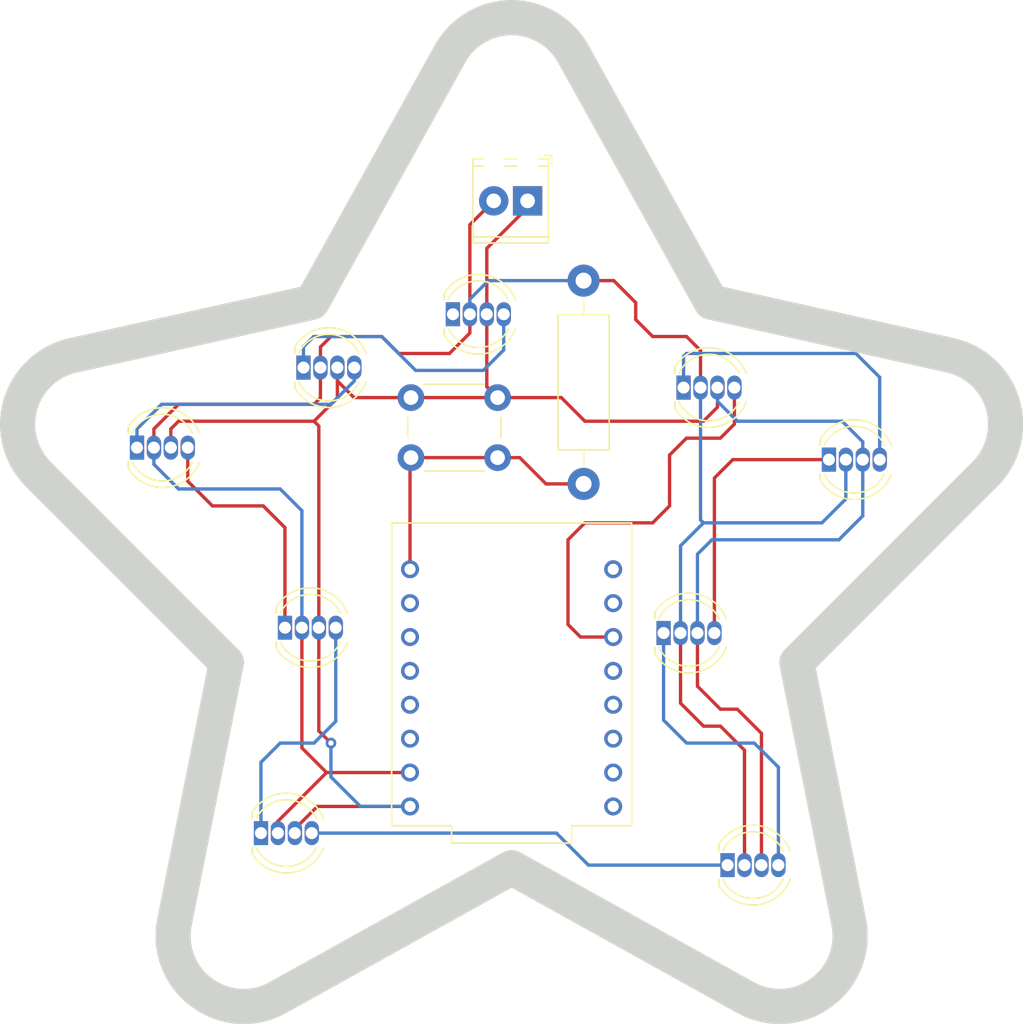
<source format=kicad_pcb>
(kicad_pcb (version 20211014) (generator pcbnew)
  (layers (0 "F.Cu" signal) (31 "B.Cu" signal) (34 "B.Paste" user) (35 "F.Paste" user) (36 "B.SilkS" user "B.Silkscreen") (37 "F.SilkS" user "F.Silkscreen") (38 "B.Mask" user) (39 "F.Mask" user) (44 "Edge.Cuts" user))
  (net 0 "")
  (net 13 "Net-(D1-Pad1)")
  (net 14 "GND")
  (net 15 "Net-(U1-Pad5V)")
  (net 16 "Net-(U1-Pad10)")
  (net 17 "Net-(D2-Pad1)")
  (net 18 "Net-(D3-Pad1)")
  (net 19 "Net-(D4-Pad1)")
  (net 20 "Net-(D5-Pad1)")
  (net 21 "Net-(D6-Pad1)")
  (net 22 "Net-(D7-Pad1)")
  (net 23 "Net-(U1-Pad0)")
  (net 24 "Net-(D8-Pad1)")
  (footprint "LED_THT:LED_D5.0mm-4_RGB" (layer "F.Cu") (at 77.3 102)
    (fp_text reference "D5" hide)
    (fp_text value "APA-106-F5")
    (fp_line (start -0.655 -1.545) (end -0.655 -1.08) (layer "F.SilkS") (width 0.12))
    (fp_line (start -0.655 1.08) (end -0.655 1.545) (layer "F.SilkS") (width 0.12))
    (fp_arc (start 4.159479 1.080429) (mid 1.904762 2.5) (end -0.349684 1.08) (layer "F.SilkS") (width 0.12))
    (fp_arc (start 4.692815 1.080827) (mid 2.163456 2.978808) (end -0.655 1.54483) (layer "F.SilkS") (width 0.12))
    (fp_arc (start -0.655 -1.54483) (mid 2.163456 -2.978809) (end 4.692815 -1.080827) (layer "F.SilkS") (width 0.12))
    (fp_arc (start -0.349684 -1.08) (mid 1.904762 -2.5) (end 4.159479 -1.080429) (layer "F.SilkS") (width 0.12))
    (pad "1" thru_hole rect (at 0 0) (size 1.07 1.8) (drill 0.9) (layers *.Cu *.Mask) (net 20 "Net-(D5-Pad1)"))
    (pad "2" thru_hole oval (at 1.27 0) (size 1.07 1.8) (drill 0.9) (layers *.Cu *.Mask) (net 14 "GND"))
    (pad "3" thru_hole oval (at 2.54 0) (size 1.07 1.8) (drill 0.9) (layers *.Cu *.Mask) (net 15 "Net-(U1-Pad5V)"))
    (pad "4" thru_hole oval (at 3.81 0) (size 1.07 1.8) (drill 0.9) (layers *.Cu *.Mask) (net 19 "Net-(D4-Pad1)"))
  )
  (footprint "LED_THT:LED_D5.0mm-4_RGB" (layer "F.Cu") (at 119.9 74)
    (fp_text reference "D2" hide)
    (fp_text value "APA-106-F5")
    (fp_line (start -0.655 -1.545) (end -0.655 -1.08) (layer "F.SilkS") (width 0.12))
    (fp_line (start -0.655 1.08) (end -0.655 1.545) (layer "F.SilkS") (width 0.12))
    (fp_arc (start -0.349684 -1.08) (mid 1.904762 -2.5) (end 4.159479 -1.080429) (layer "F.SilkS") (width 0.12))
    (fp_arc (start 4.692815 1.080827) (mid 2.163456 2.978808) (end -0.655 1.54483) (layer "F.SilkS") (width 0.12))
    (fp_arc (start -0.655 -1.54483) (mid 2.163456 -2.978809) (end 4.692815 -1.080827) (layer "F.SilkS") (width 0.12))
    (fp_arc (start 4.159479 1.080429) (mid 1.904762 2.5) (end -0.349684 1.08) (layer "F.SilkS") (width 0.12))
    (pad "1" thru_hole rect (at 0 0) (size 1.07 1.8) (drill 0.9) (layers *.Cu *.Mask) (net 17 "Net-(D2-Pad1)"))
    (pad "2" thru_hole oval (at 1.27 0) (size 1.07 1.8) (drill 0.9) (layers *.Cu *.Mask) (net 14 "GND"))
    (pad "3" thru_hole oval (at 2.54 0) (size 1.07 1.8) (drill 0.9) (layers *.Cu *.Mask) (net 15 "Net-(U1-Pad5V)"))
    (pad "4" thru_hole oval (at 3.81 0) (size 1.07 1.8) (drill 0.9) (layers *.Cu *.Mask) (net 13 "Net-(D1-Pad1)"))
  )
  (footprint "LED_THT:LED_D5.0mm-4_RGB" (layer "F.Cu") (at 80.49 67.1)
    (fp_text reference "D8" hide)
    (fp_text value "APA-106-F5")
    (fp_line (start -0.655 1.08) (end -0.655 1.545) (layer "F.SilkS") (width 0.12))
    (fp_line (start -0.655 -1.545) (end -0.655 -1.08) (layer "F.SilkS") (width 0.12))
    (fp_arc (start 4.159479 1.080429) (mid 1.904762 2.5) (end -0.349684 1.08) (layer "F.SilkS") (width 0.12))
    (fp_arc (start -0.655 -1.54483) (mid 2.163456 -2.978809) (end 4.692815 -1.080827) (layer "F.SilkS") (width 0.12))
    (fp_arc (start -0.349684 -1.08) (mid 1.904762 -2.5) (end 4.159479 -1.080429) (layer "F.SilkS") (width 0.12))
    (fp_arc (start 4.692815 1.080827) (mid 2.163456 2.978808) (end -0.655 1.54483) (layer "F.SilkS") (width 0.12))
    (pad "1" thru_hole rect (at 0 0) (size 1.07 1.8) (drill 0.9) (layers *.Cu *.Mask) (net 24 "Net-(D8-Pad1)"))
    (pad "2" thru_hole oval (at 1.27 0) (size 1.07 1.8) (drill 0.9) (layers *.Cu *.Mask) (net 14 "GND"))
    (pad "3" thru_hole oval (at 2.54 0) (size 1.07 1.8) (drill 0.9) (layers *.Cu *.Mask) (net 15 "Net-(U1-Pad5V)"))
    (pad "4" thru_hole oval (at 3.81 0) (size 1.07 1.8) (drill 0.9) (layers *.Cu *.Mask) (net 22 "Net-(D7-Pad1)"))
  )
  (footprint "Resistor_THT:R_Axial_DIN0411_L9.9mm_D3.6mm_P15.24mm_Horizontal" (layer "F.Cu") (at 101.5 60.58 -90)
    (fp_text reference "R1" hide)
    (fp_text value "10k")
    (fp_line (start 13.8 0) (end 12.69 0) (layer "F.SilkS") (width 0.12))
    (fp_line (start 1.44 0) (end 2.55 0) (layer "F.SilkS") (width 0.12))
    (fp_line (start 12.69 1.92) (end 12.69 -1.92) (layer "F.SilkS") (width 0.12))
    (fp_line (start 12.69 -1.92) (end 2.55 -1.92) (layer "F.SilkS") (width 0.12))
    (fp_line (start 2.55 -1.92) (end 2.55 1.92) (layer "F.SilkS") (width 0.12))
    (fp_line (start 2.55 1.92) (end 12.69 1.92) (layer "F.SilkS") (width 0.12))
    (pad "1" thru_hole circle (at 0 0 270) (size 2.4 2.4) (drill 1.2) (layers *.Cu *.Mask) (net 14 "GND"))
    (pad "2" thru_hole oval (at 15.24 0 270) (size 2.4 2.4) (drill 1.2) (layers *.Cu *.Mask) (net 23 "Net-(U1-Pad0)"))
  )
  (footprint "MountingHole:MountingHole_3.2mm_M3" (layer "F.Cu") (at 96.1 45.7)
    (fp_text reference "H1" hide)
    (fp_text value "MountingHole" hide)
    (pad "" np_thru_hole circle (at 0 0) (size 3.2 3.2) (drill 3.2) (layers *.Cu *.Mask))
  )
  (footprint "LED_THT:LED_D5.0mm-4_RGB" (layer "F.Cu") (at 91.7 63.1)
    (fp_text reference "D9" hide)
    (fp_text value "APA-106-F5")
    (fp_line (start -0.655 -1.545) (end -0.655 -1.08) (layer "F.SilkS") (width 0.12))
    (fp_line (start -0.655 1.08) (end -0.655 1.545) (layer "F.SilkS") (width 0.12))
    (fp_arc (start -0.349684 -1.08) (mid 1.904762 -2.5) (end 4.159479 -1.080429) (layer "F.SilkS") (width 0.12))
    (fp_arc (start 4.692815 1.080827) (mid 2.163456 2.978808) (end -0.655 1.54483) (layer "F.SilkS") (width 0.12))
    (fp_arc (start -0.655 -1.54483) (mid 2.163456 -2.978809) (end 4.692815 -1.080827) (layer "F.SilkS") (width 0.12))
    (fp_arc (start 4.159479 1.080429) (mid 1.904762 2.5) (end -0.349684 1.08) (layer "F.SilkS") (width 0.12))
    (pad "1" thru_hole rect (at 0 0) (size 1.07 1.8) (drill 0.9) (layers *.Cu *.Mask))
    (pad "2" thru_hole oval (at 1.27 0) (size 1.07 1.8) (drill 0.9) (layers *.Cu *.Mask) (net 14 "GND"))
    (pad "3" thru_hole oval (at 2.54 0) (size 1.07 1.8) (drill 0.9) (layers *.Cu *.Mask) (net 15 "Net-(U1-Pad5V)"))
    (pad "4" thru_hole oval (at 3.81 0) (size 1.07 1.8) (drill 0.9) (layers *.Cu *.Mask) (net 24 "Net-(D8-Pad1)"))
  )
  (footprint "Button_Switch_THT:SW_PUSH_6mm" (layer "F.Cu") (at 88.55 69.35)
    (fp_text reference "SW1" hide)
    (fp_text value "SW_Push")
    (fp_line (start 1 5.5) (end 5.5 5.5) (layer "F.SilkS") (width 0.12))
    (fp_line (start 5.5 -1) (end 1 -1) (layer "F.SilkS") (width 0.12))
    (fp_line (start 6.75 3) (end 6.75 1.5) (layer "F.SilkS") (width 0.12))
    (fp_line (start -0.25 1.5) (end -0.25 3) (layer "F.SilkS") (width 0.12))
    (pad "1" thru_hole circle (at 0 0 90) (size 2 2) (drill 1.1) (layers *.Cu *.Mask) (net 15 "Net-(U1-Pad5V)"))
    (pad "1" thru_hole circle (at 6.5 0 90) (size 2 2) (drill 1.1) (layers *.Cu *.Mask) (net 15 "Net-(U1-Pad5V)"))
    (pad "2" thru_hole circle (at 6.5 4.5 90) (size 2 2) (drill 1.1) (layers *.Cu *.Mask) (net 23 "Net-(U1-Pad0)"))
    (pad "2" thru_hole circle (at 0 4.5 90) (size 2 2) (drill 1.1) (layers *.Cu *.Mask) (net 23 "Net-(U1-Pad0)"))
  )
  (footprint "LED_THT:LED_D5.0mm-4_RGB" (layer "F.Cu") (at 79.1 86.6)
    (fp_text reference "D6" hide)
    (fp_text value "APA-106-F5")
    (fp_line (start -0.655 -1.545) (end -0.655 -1.08) (layer "F.SilkS") (width 0.12))
    (fp_line (start -0.655 1.08) (end -0.655 1.545) (layer "F.SilkS") (width 0.12))
    (fp_arc (start -0.349684 -1.08) (mid 1.904762 -2.5) (end 4.159479 -1.080429) (layer "F.SilkS") (width 0.12))
    (fp_arc (start -0.655 -1.54483) (mid 2.163456 -2.978809) (end 4.692815 -1.080827) (layer "F.SilkS") (width 0.12))
    (fp_arc (start 4.159479 1.080429) (mid 1.904762 2.5) (end -0.349684 1.08) (layer "F.SilkS") (width 0.12))
    (fp_arc (start 4.692815 1.080827) (mid 2.163456 2.978808) (end -0.655 1.54483) (layer "F.SilkS") (width 0.12))
    (pad "1" thru_hole rect (at 0 0) (size 1.07 1.8) (drill 0.9) (layers *.Cu *.Mask) (net 21 "Net-(D6-Pad1)"))
    (pad "2" thru_hole oval (at 1.27 0) (size 1.07 1.8) (drill 0.9) (layers *.Cu *.Mask) (net 14 "GND"))
    (pad "3" thru_hole oval (at 2.54 0) (size 1.07 1.8) (drill 0.9) (layers *.Cu *.Mask) (net 15 "Net-(U1-Pad5V)"))
    (pad "4" thru_hole oval (at 3.81 0) (size 1.07 1.8) (drill 0.9) (layers *.Cu *.Mask) (net 20 "Net-(D5-Pad1)"))
  )
  (footprint "LED_THT:LED_D5.0mm-4_RGB" (layer "F.Cu") (at 112.3 104.4)
    (fp_text reference "D4" hide)
    (fp_text value "APA-106-F5")
    (fp_line (start -0.655 1.08) (end -0.655 1.545) (layer "F.SilkS") (width 0.12))
    (fp_line (start -0.655 -1.545) (end -0.655 -1.08) (layer "F.SilkS") (width 0.12))
    (fp_arc (start 4.159479 1.080429) (mid 1.904762 2.5) (end -0.349684 1.08) (layer "F.SilkS") (width 0.12))
    (fp_arc (start -0.655 -1.54483) (mid 2.163456 -2.978809) (end 4.692815 -1.080827) (layer "F.SilkS") (width 0.12))
    (fp_arc (start 4.692815 1.080827) (mid 2.163456 2.978808) (end -0.655 1.54483) (layer "F.SilkS") (width 0.12))
    (fp_arc (start -0.349684 -1.08) (mid 1.904762 -2.5) (end 4.159479 -1.080429) (layer "F.SilkS") (width 0.12))
    (pad "1" thru_hole rect (at 0 0) (size 1.07 1.8) (drill 0.9) (layers *.Cu *.Mask) (net 19 "Net-(D4-Pad1)"))
    (pad "2" thru_hole oval (at 1.27 0) (size 1.07 1.8) (drill 0.9) (layers *.Cu *.Mask) (net 14 "GND"))
    (pad "3" thru_hole oval (at 2.54 0) (size 1.07 1.8) (drill 0.9) (layers *.Cu *.Mask) (net 15 "Net-(U1-Pad5V)"))
    (pad "4" thru_hole oval (at 3.81 0) (size 1.07 1.8) (drill 0.9) (layers *.Cu *.Mask) (net 18 "Net-(D3-Pad1)"))
  )
  (footprint "LED_THT:LED_D5.0mm-4_RGB" (layer "F.Cu") (at 109 68.6)
    (fp_text reference "D1" hide)
    (fp_text value "APA-106-F5")
    (fp_line (start -0.655 1.08) (end -0.655 1.545) (layer "F.SilkS") (width 0.12))
    (fp_line (start -0.655 -1.545) (end -0.655 -1.08) (layer "F.SilkS") (width 0.12))
    (fp_arc (start -0.655 -1.54483) (mid 2.163456 -2.978809) (end 4.692815 -1.080827) (layer "F.SilkS") (width 0.12))
    (fp_arc (start 4.159479 1.080429) (mid 1.904762 2.5) (end -0.349684 1.08) (layer "F.SilkS") (width 0.12))
    (fp_arc (start 4.692815 1.080827) (mid 2.163456 2.978808) (end -0.655 1.54483) (layer "F.SilkS") (width 0.12))
    (fp_arc (start -0.349684 -1.08) (mid 1.904762 -2.5) (end 4.159479 -1.080429) (layer "F.SilkS") (width 0.12))
    (pad "1" thru_hole rect (at 0 0) (size 1.07 1.8) (drill 0.9) (layers *.Cu *.Mask) (net 13 "Net-(D1-Pad1)"))
    (pad "2" thru_hole oval (at 1.27 0) (size 1.07 1.8) (drill 0.9) (layers *.Cu *.Mask) (net 14 "GND"))
    (pad "3" thru_hole oval (at 2.54 0) (size 1.07 1.8) (drill 0.9) (layers *.Cu *.Mask) (net 15 "Net-(U1-Pad5V)"))
    (pad "4" thru_hole oval (at 3.81 0) (size 1.07 1.8) (drill 0.9) (layers *.Cu *.Mask) (net 16 "Net-(U1-Pad10)"))
  )
  (footprint "LED_THT:LED_D5.0mm-4_RGB" (layer "F.Cu") (at 107.5 87)
    (fp_text reference "D3" hide)
    (fp_text value "APA-106-F5")
    (fp_line (start -0.655 -1.545) (end -0.655 -1.08) (layer "F.SilkS") (width 0.12))
    (fp_line (start -0.655 1.08) (end -0.655 1.545) (layer "F.SilkS") (width 0.12))
    (fp_arc (start 4.159479 1.080429) (mid 1.904762 2.5) (end -0.349684 1.08) (layer "F.SilkS") (width 0.12))
    (fp_arc (start 4.692815 1.080827) (mid 2.163456 2.978808) (end -0.655 1.54483) (layer "F.SilkS") (width 0.12))
    (fp_arc (start -0.349684 -1.08) (mid 1.904762 -2.5) (end 4.159479 -1.080429) (layer "F.SilkS") (width 0.12))
    (fp_arc (start -0.655 -1.54483) (mid 2.163456 -2.978809) (end 4.692815 -1.080827) (layer "F.SilkS") (width 0.12))
    (pad "1" thru_hole rect (at 0 0) (size 1.07 1.8) (drill 0.9) (layers *.Cu *.Mask) (net 18 "Net-(D3-Pad1)"))
    (pad "2" thru_hole oval (at 1.27 0) (size 1.07 1.8) (drill 0.9) (layers *.Cu *.Mask) (net 14 "GND"))
    (pad "3" thru_hole oval (at 2.54 0) (size 1.07 1.8) (drill 0.9) (layers *.Cu *.Mask) (net 15 "Net-(U1-Pad5V)"))
    (pad "4" thru_hole oval (at 3.81 0) (size 1.07 1.8) (drill 0.9) (layers *.Cu *.Mask) (net 17 "Net-(D2-Pad1)"))
  )
  (footprint "TerminalBlock_Phoenix:TerminalBlock_Phoenix_MPT-0,5-2-2.54_1x02_P2.54mm_Horizontal" (layer "F.Cu") (at 97.3 54.6 180)
    (fp_text reference "J1" hide)
    (fp_text value "Screw_Terminal_01x02")
    (fp_line (start 3.33 3.16) (end 4.1 3.16) (layer "F.SilkS") (width 0.12))
    (fp_line (start -1.8 2.66) (end -1.8 3.4) (layer "F.SilkS") (width 0.12))
    (fp_line (start -1.56 -3.16) (end 4.1 -3.16) (layer "F.SilkS") (width 0.12))
    (fp_line (start -1.56 2.6) (end -0.79 2.6) (layer "F.SilkS") (width 0.12))
    (fp_line (start 3.33 2.6) (end 4.1 2.6) (layer "F.SilkS") (width 0.12))
    (fp_line (start 0.79 2.6) (end 1.75 2.6) (layer "F.SilkS") (width 0.12))
    (fp_line (start -1.56 3.16) (end -0.79 3.16) (layer "F.SilkS") (width 0.12))
    (fp_line (start -1.8 3.4) (end -1.3 3.4) (layer "F.SilkS") (width 0.12))
    (fp_line (start 4.1 -3.16) (end 4.1 3.16) (layer "F.SilkS") (width 0.12))
    (fp_line (start -1.56 -2.7) (end 4.1 -2.7) (layer "F.SilkS") (width 0.12))
    (fp_line (start -1.56 -3.16) (end -1.56 3.16) (layer "F.SilkS") (width 0.12))
    (fp_line (start 0.79 3.16) (end 1.75 3.16) (layer "F.SilkS") (width 0.12))
    (pad "" np_thru_hole circle (at 0 2.54 180) (size 1.1 1.1) (drill 1.1) (layers *.Cu *.Mask))
    (pad "" np_thru_hole circle (at 2.54 2.54 180) (size 1.1 1.1) (drill 1.1) (layers *.Cu *.Mask))
    (pad "1" thru_hole rect (at 0 0 180) (size 2.2 2.2) (drill 1.1) (layers *.Cu *.Mask) (net 15 "Net-(U1-Pad5V)"))
    (pad "2" thru_hole circle (at 2.54 0 180) (size 2.2 2.2) (drill 1.1) (layers *.Cu *.Mask) (net 14 "GND"))
  )
  (footprint "LED_THT:LED_D5.0mm-4_RGB" (layer "F.Cu") (at 68 73.1)
    (fp_text reference "D7" hide)
    (fp_text value "APA-106-F5")
    (fp_line (start -0.655 1.08) (end -0.655 1.545) (layer "F.SilkS") (width 0.12))
    (fp_line (start -0.655 -1.545) (end -0.655 -1.08) (layer "F.SilkS") (width 0.12))
    (fp_arc (start 4.159479 1.080429) (mid 1.904762 2.5) (end -0.349684 1.08) (layer "F.SilkS") (width 0.12))
    (fp_arc (start 4.692815 1.080827) (mid 2.163456 2.978808) (end -0.655 1.54483) (layer "F.SilkS") (width 0.12))
    (fp_arc (start -0.349684 -1.08) (mid 1.904762 -2.5) (end 4.159479 -1.080429) (layer "F.SilkS") (width 0.12))
    (fp_arc (start -0.655 -1.54483) (mid 2.163456 -2.978809) (end 4.692815 -1.080827) (layer "F.SilkS") (width 0.12))
    (pad "1" thru_hole rect (at 0 0) (size 1.07 1.8) (drill 0.9) (layers *.Cu *.Mask) (net 22 "Net-(D7-Pad1)"))
    (pad "2" thru_hole oval (at 1.27 0) (size 1.07 1.8) (drill 0.9) (layers *.Cu *.Mask) (net 14 "GND"))
    (pad "3" thru_hole oval (at 2.54 0) (size 1.07 1.8) (drill 0.9) (layers *.Cu *.Mask) (net 15 "Net-(U1-Pad5V)"))
    (pad "4" thru_hole oval (at 3.81 0) (size 1.07 1.8) (drill 0.9) (layers *.Cu *.Mask) (net 21 "Net-(D6-Pad1)"))
  )
  (footprint "ESP32C3:MODULE_ESP32-C3_SUPERMINI_TH" (layer "F.Cu") (at 96.1 90.1 180)
    (fp_text reference "U1" hide)
    (fp_text value "ESP32-C3_SUPERMINI_TH" hide)
    (fp_line (start -4.5 -11.35) (end -9 -11.35) (layer "F.SilkS") (width 0.127))
    (fp_line (start 4.5 -12.65) (end 4.5 -11.35) (layer "F.SilkS") (width 0.127))
    (fp_line (start -4.5 -12.65) (end -4.5 -11.35) (layer "F.SilkS") (width 0.127))
    (fp_line (start -9 11.35) (end -9 -11.35) (layer "F.SilkS") (width 0.127))
    (fp_line (start 9 -11.35) (end 4.5 -11.35) (layer "F.SilkS") (width 0.127))
    (fp_line (start 9 11.35) (end -9 11.35) (layer "F.SilkS") (width 0.127))
    (fp_line (start 4.5 -12.65) (end -4.5 -12.65) (layer "F.SilkS") (width 0.127))
    (fp_line (start 9 11.35) (end 9 -11.35) (layer "F.SilkS") (width 0.127))
    (pad "0" thru_hole circle locked (at 7.62 7.88 180) (size 1.348 1.348) (drill 0.84) (layers *.Cu *.Mask) (net 23 "Net-(U1-Pad0)"))
    (pad "1" thru_hole circle locked (at 7.62 5.34 180) (size 1.348 1.348) (drill 0.84) (layers *.Cu *.Mask))
    (pad "2" thru_hole circle locked (at 7.62 2.8 180) (size 1.348 1.348) (drill 0.84) (layers *.Cu *.Mask))
    (pad "3" thru_hole circle locked (at 7.62 0.26 180) (size 1.348 1.348) (drill 0.84) (layers *.Cu *.Mask))
    (pad "3.3" thru_hole circle locked (at 7.62 -4.82 180) (size 1.348 1.348) (drill 0.84) (layers *.Cu *.Mask))
    (pad "4" thru_hole circle locked (at 7.62 -2.28 180) (size 1.348 1.348) (drill 0.84) (layers *.Cu *.Mask))
    (pad "5" thru_hole circle locked (at -7.62 -9.9 180) (size 1.348 1.348) (drill 0.84) (layers *.Cu *.Mask))
    (pad "5V" thru_hole circle locked (at 7.62 -9.9 180) (size 1.348 1.348) (drill 0.84) (layers *.Cu *.Mask) (net 15 "Net-(U1-Pad5V)"))
    (pad "6" thru_hole circle locked (at -7.62 -7.36 180) (size 1.348 1.348) (drill 0.84) (layers *.Cu *.Mask))
    (pad "7" thru_hole circle locked (at -7.62 -4.82 180) (size 1.348 1.348) (drill 0.84) (layers *.Cu *.Mask))
    (pad "8" thru_hole circle locked (at -7.62 -2.28 180) (size 1.348 1.348) (drill 0.84) (layers *.Cu *.Mask))
    (pad "9" thru_hole circle locked (at -7.62 0.26 180) (size 1.348 1.348) (drill 0.84) (layers *.Cu *.Mask))
    (pad "10" thru_hole circle locked (at -7.62 2.8 180) (size 1.348 1.348) (drill 0.84) (layers *.Cu *.Mask) (net 16 "Net-(U1-Pad10)"))
    (pad "20" thru_hole circle locked (at -7.62 5.34 180) (size 1.348 1.348) (drill 0.84) (layers *.Cu *.Mask))
    (pad "21" thru_hole circle locked (at -7.62 7.88 180) (size 1.348 1.348) (drill 0.84) (layers *.Cu *.Mask))
    (pad "G" thru_hole circle locked (at 7.62 -7.36 180) (size 1.348 1.348) (drill 0.84) (layers *.Cu *.Mask) (net 14 "GND"))
  )
  (gr_poly (pts (xy 76 115) (xy 75.795241 114.99597) (xy 75.590873 114.983887) (xy 75.387102 114.963758) (xy 75.184133 114.93559) (xy 74.982172 114.899393) (xy 74.781424 114.855172) (xy 74.582094 114.802936) (xy 74.384389 114.742693) (xy 74.188512 114.674451) (xy 73.994671 114.598216) (xy 73.80307 114.513998) (xy 73.613914 114.421803) (xy 73.427409 114.32164) (xy 73.243761 114.213516) (xy 73.063174 114.097439) (xy 72.885854 113.973417) (xy 72.73047 113.855743) (xy 72.580368 113.733502) (xy 72.435604 113.606838) (xy 72.296236 113.475897) (xy 72.162322 113.340825) (xy 72.033918 113.201767) (xy 71.911081 113.058868) (xy 71.793869 112.912273) (xy 71.682339 112.762128) (xy 71.576548 112.608579) (xy 71.476553 112.45177) (xy 71.382411 112.291846) (xy 71.29418 112.128954) (xy 71.211916 111.963239) (xy 71.135678 111.794845) (xy 71.065521 111.623918) (xy 71.001503 111.450604) (xy 70.943682 111.275048) (xy 70.892114 111.097395) (xy 70.846857 110.917791) (xy 70.807968 110.73638) (xy 70.775503 110.553309) (xy 70.749521 110.368722) (xy 70.730078 110.182766) (xy 70.717232 109.995584) (xy 70.711039 109.807323) (xy 70.711558 109.618128) (xy 70.718844 109.428145) (xy 70.732955 109.237518) (xy 70.753949 109.046393) (xy 70.781882 108.854915) (xy 70.816811 108.66323) (xy 74.708833 89.203129) (xy 60.598605 75.092897) (xy 60.352217 74.829196) (xy 60.126205 74.551814) (xy 59.92085 74.26189) (xy 59.736435 73.960563) (xy 59.573244 73.648974) (xy 59.43156 73.328261) (xy 59.311664 72.999564) (xy 59.213842 72.664022) (xy 59.138374 72.322776) (xy 59.085545 71.976964) (xy 59.055636 71.627725) (xy 59.048932 71.2762) (xy 59.065714 70.923528) (xy 59.106267 70.570848) (xy 59.170872 70.2193) (xy 59.259813 69.870024) (xy 59.37222 69.527604) (xy 59.506454 69.196406) (xy 59.661649 68.877229) (xy 59.836935 68.570878) (xy 60.031445 68.278153) (xy 60.244311 67.999858) (xy 60.474664 67.736795) (xy 60.721636 67.489765) (xy 60.984359 67.259572) (xy 61.261965 67.047017) (xy 61.553585 66.852903) (xy 61.858352 66.678032) (xy 62.175397 66.523206) (xy 62.503853 66.389228) (xy 62.84285 66.2769) (xy 63.191521 66.187024) (xy 81.135563 62.199752) (xy 91.475479 43.588962) (xy 91.565475 43.433093) (xy 91.66026 43.281048) (xy 91.759706 43.132903) (xy 91.863687 42.98873) (xy 91.972077 42.848604) (xy 92.084749 42.712597) (xy 92.201577 42.580784) (xy 92.322434 42.453238) (xy 92.447194 42.330033) (xy 92.57573 42.211243) (xy 92.707917 42.09694) (xy 92.843627 41.9872) (xy 92.982734 41.882094) (xy 93.125111 41.781698) (xy 93.270633 41.686084) (xy 93.419173 41.595327) (xy 93.570603 41.509499) (xy 93.724799 41.428676) (xy 93.881633 41.352929) (xy 94.040979 41.282333) (xy 94.202711 41.216962) (xy 94.366702 41.156889) (xy 94.532825 41.102187) (xy 94.700955 41.052931) (xy 94.870964 41.009194) (xy 95.042726 40.97105) (xy 95.216116 40.938572) (xy 95.391006 40.911834) (xy 95.567269 40.890909) (xy 95.744781 40.875872) (xy 95.923413 40.866796) (xy 96.10304 40.863754) (xy 96.461299 40.875871) (xy 96.815069 40.911823) (xy 97.163336 40.971015) (xy 97.505084 41.052848) (xy 97.839297 41.156727) (xy 98.164961 41.282054) (xy 98.481059 41.428232) (xy 98.786576 41.594666) (xy 99.080497 41.780756) (xy 99.361806 41.985908) (xy 99.629489 42.209523) (xy 99.882529 42.451006) (xy 100.119911 42.709759) (xy 100.340619 42.985186) (xy 100.543639 43.276689) (xy 100.727955 43.583671) (xy 111.067869 62.194462) (xy 129.011909 66.181731) (xy 129.36058 66.271608) (xy 129.699577 66.383936) (xy 130.028032 66.517915) (xy 130.345077 66.672741) (xy 130.649844 66.847612) (xy 130.941464 67.041726) (xy 131.21907 67.254281) (xy 131.481793 67.484475) (xy 131.728765 67.731504) (xy 131.959118 67.994568) (xy 132.171984 68.272863) (xy 132.366494 68.565587) (xy 132.541781 68.871939) (xy 132.696976 69.191115) (xy 132.83121 69.522314) (xy 132.943617 69.864733) (xy 133.032558 70.21401) (xy 133.097164 70.565559) (xy 133.137716 70.918239) (xy 133.154498 71.270911) (xy 133.147794 71.622436) (xy 133.117885 71.971674) (xy 133.065055 72.317486) (xy 132.989587 72.658733) (xy 132.891764 72.994274) (xy 132.771868 73.322971) (xy 132.630183 73.643684) (xy 132.466992 73.955273) (xy 132.282577 74.2566) (xy 132.077222 74.546524) (xy 131.851208 74.823906) (xy 131.604821 75.087607) (xy 117.494594 89.197836) (xy 121.386615 108.65529) (xy 121.449013 109.038919) (xy 121.483715 109.421079) (xy 121.491178 109.800611) (xy 121.47186 110.176356) (xy 121.426219 110.547155) (xy 121.35471 110.911851) (xy 121.257792 111.269283) (xy 121.135923 111.618293) (xy 120.989559 111.957722) (xy 120.819157 112.286412) (xy 120.625176 112.603203) (xy 120.408072 112.906937) (xy 120.168302 113.196455) (xy 119.906325 113.470598) (xy 119.622597 113.728207) (xy 119.317576 113.968124) (xy 118.995538 114.186423) (xy 118.663264 114.37891) (xy 118.321991 114.545507) (xy 117.972955 114.686137) (xy 117.617392 114.800721) (xy 117.256539 114.889183) (xy 116.891632 114.951445) (xy 116.523907 114.98743) (xy 116.154601 114.997059) (xy 115.78495 114.980256) (xy 115.416191 114.936944) (xy 115.049559 114.867043) (xy 114.686291 114.770478) (xy 114.327624 114.64717) (xy 113.974794 114.497041) (xy 113.629037 114.320016) (xy 96.10304 104.588642) (xy 78.577043 114.325309) (xy 78.423894 114.407446) (xy 78.269128 114.4842) (xy 78.112867 114.555582) (xy 77.955229 114.621603) (xy 77.796337 114.682276) (xy 77.636308 114.737612) (xy 77.475264 114.787623) (xy 77.313325 114.83232) (xy 77.150611 114.871715) (xy 76.987241 114.90582) (xy 76.823337 114.934645) (xy 76.659019 114.958204) (xy 76.494406 114.976507) (xy 76.329618 114.989566) (xy 76.164776 114.997393) (xy 76 115)) (layer "Edge.Cuts") (width 2.645833) (fill none))
  (segment (start 109.22 66.04) (end 121.92 66.04) (width 0.25) (layer "B.Cu") (net 13))
  (segment (start 121.92 66.04) (end 123.71 67.83) (width 0.25) (layer "B.Cu") (net 13))
  (segment (start 123.71 67.83) (end 123.71 74) (width 0.25) (layer "B.Cu") (net 13))
  (segment (start 109 68.6) (end 109 66.26) (width 0.25) (layer "B.Cu") (net 13))
  (segment (start 109 66.26) (end 109.22 66.04) (width 0.25) (layer "B.Cu") (net 13))
  (segment (start 81.28 69.85) (end 71.12 69.85) (width 0.25) (layer "F.Cu") (net 14))
  (segment (start 86.36 64.77) (end 87.63 66.04) (width 0.25) (layer "F.Cu") (net 14))
  (segment (start 81.76 69.37) (end 81.28 69.85) (width 0.25) (layer "F.Cu") (net 14))
  (segment (start 82.55 64.77) (end 86.36 64.77) (width 0.25) (layer "F.Cu") (net 14))
  (segment (start 105.41 62.23) (end 105.41 63.5) (width 0.25) (layer "F.Cu") (net 14))
  (segment (start 92.97 63.1) (end 92.97 56.39) (width 0.25) (layer "F.Cu") (net 14))
  (segment (start 110.49 93.98) (end 111.76 93.98) (width 0.25) (layer "F.Cu") (net 14))
  (segment (start 92.97 64.51) (end 92.97 63.1) (width 0.25) (layer "F.Cu") (net 14))
  (segment (start 71.12 69.85) (end 69.27 71.7) (width 0.25) (layer "F.Cu") (net 14))
  (segment (start 78.57 101.11) (end 82.22 97.46) (width 0.25) (layer "F.Cu") (net 14))
  (segment (start 80.37 95.61) (end 80.37 86.6) (width 0.25) (layer "F.Cu") (net 14))
  (segment (start 92.97 56.39) (end 94.76 54.6) (width 0.25) (layer "F.Cu") (net 14))
  (segment (start 106.68 64.77) (end 109.22 64.77) (width 0.25) (layer "F.Cu") (net 14))
  (segment (start 103.76 60.58) (end 105.41 62.23) (width 0.25) (layer "F.Cu") (net 14))
  (segment (start 105.41 63.5) (end 106.68 64.77) (width 0.25) (layer "F.Cu") (net 14))
  (segment (start 81.76 67.1) (end 81.76 65.56) (width 0.25) (layer "F.Cu") (net 14))
  (segment (start 87.63 66.04) (end 91.44 66.04) (width 0.25) (layer "F.Cu") (net 14))
  (segment (start 69.27 71.7) (end 69.27 73.1) (width 0.25) (layer "F.Cu") (net 14))
  (segment (start 110.27 65.82) (end 110.27 68.6) (width 0.25) (layer "F.Cu") (net 14))
  (segment (start 88.48 97.46) (end 82.22 97.46) (width 0.25) (layer "F.Cu") (net 14))
  (segment (start 101.5 60.58) (end 103.76 60.58) (width 0.25) (layer "F.Cu") (net 14))
  (segment (start 91.44 66.04) (end 92.97 64.51) (width 0.25) (layer "F.Cu") (net 14))
  (segment (start 81.76 65.56) (end 82.55 64.77) (width 0.25) (layer "F.Cu") (net 14))
  (segment (start 109.22 64.77) (end 110.27 65.82) (width 0.25) (layer "F.Cu") (net 14))
  (segment (start 111.76 93.98) (end 113.57 95.79) (width 0.25) (layer "F.Cu") (net 14))
  (segment (start 108.77 92.26) (end 110.49 93.98) (width 0.25) (layer "F.Cu") (net 14))
  (segment (start 78.57 102) (end 78.57 101.11) (width 0.25) (layer "F.Cu") (net 14))
  (segment (start 113.57 95.79) (end 113.57 104.4) (width 0.25) (layer "F.Cu") (net 14))
  (segment (start 82.22 97.46) (end 80.37 95.61) (width 0.25) (layer "F.Cu") (net 14))
  (segment (start 108.77 87) (end 108.77 92.26) (width 0.25) (layer "F.Cu") (net 14))
  (segment (start 81.76 67.1) (end 81.76 69.37) (width 0.25) (layer "F.Cu") (net 14))
  (segment (start 121.17 74) (end 121.17 76.95) (width 0.25) (layer "B.Cu") (net 14))
  (segment (start 110.27 68.6) (end 110.27 78.52) (width 0.25) (layer "B.Cu") (net 14))
  (segment (start 80.37 77.83) (end 78.74 76.2) (width 0.25) (layer "B.Cu") (net 14))
  (segment (start 69.27 74.35) (end 69.27 73.1) (width 0.25) (layer "B.Cu") (net 14))
  (segment (start 121.17 76.95) (end 119.38 78.74) (width 0.25) (layer "B.Cu") (net 14))
  (segment (start 78.74 76.2) (end 71.12 76.2) (width 0.25) (layer "B.Cu") (net 14))
  (segment (start 80.37 86.6) (end 80.37 77.83) (width 0.25) (layer "B.Cu") (net 14))
  (segment (start 101.5 60.58) (end 94.36 60.58) (width 0.25) (layer "B.Cu") (net 14))
  (segment (start 110.49 78.74) (end 108.77 80.46) (width 0.25) (layer "B.Cu") (net 14))
  (segment (start 71.12 76.2) (end 69.27 74.35) (width 0.25) (layer "B.Cu") (net 14))
  (segment (start 108.77 80.46) (end 108.77 87) (width 0.25) (layer "B.Cu") (net 14))
  (segment (start 92.97 61.97) (end 92.97 63.1) (width 0.25) (layer "B.Cu") (net 14))
  (segment (start 110.27 78.52) (end 110.49 78.74) (width 0.25) (layer "B.Cu") (net 14))
  (segment (start 94.36 60.58) (end 92.97 61.97) (width 0.25) (layer "B.Cu") (net 14))
  (segment (start 119.38 78.74) (end 110.49 78.74) (width 0.25) (layer "B.Cu") (net 14))
  (segment (start 101.6 71.12) (end 110.49 71.12) (width 0.25) (layer "F.Cu") (net 15))
  (segment (start 110.04 87) (end 110.04 90.99) (width 0.25) (layer "F.Cu") (net 15))
  (segment (start 81.64 86.6) (end 81.64 94.34) (width 0.25) (layer "F.Cu") (net 15))
  (segment (start 114.84 94.52) (end 114.84 104.4) (width 0.25) (layer "F.Cu") (net 15))
  (segment (start 88.55 69.35) (end 95.05 69.35) (width 0.25) (layer "F.Cu") (net 15))
  (segment (start 81.64 71.48) (end 81.28 71.12) (width 0.25) (layer "F.Cu") (net 15))
  (segment (start 97.3 54.6) (end 97.3 55.1) (width 0.25) (layer "F.Cu") (net 15))
  (segment (start 113.03 92.71) (end 114.84 94.52) (width 0.25) (layer "F.Cu") (net 15))
  (segment (start 83.03 67.1) (end 83.03 68.1) (width 0.25) (layer "F.Cu") (net 15))
  (segment (start 83.03 69.37) (end 81.28 71.12) (width 0.25) (layer "F.Cu") (net 15))
  (segment (start 70.54 71.7) (end 70.54 73.1) (width 0.25) (layer "F.Cu") (net 15))
  (segment (start 81.529456 100) (end 79.84 101.689456) (width 0.25) (layer "F.Cu") (net 15))
  (segment (start 79.84 101.689456) (end 79.84 102) (width 0.25) (layer "F.Cu") (net 15))
  (segment (start 95.05 69.35) (end 99.83 69.35) (width 0.25) (layer "F.Cu") (net 15))
  (segment (start 110.04 90.99) (end 111.76 92.71) (width 0.25) (layer "F.Cu") (net 15))
  (segment (start 71.12 71.12) (end 70.54 71.7) (width 0.25) (layer "F.Cu") (net 15))
  (segment (start 111.54 70.07) (end 111.54 68.6) (width 0.25) (layer "F.Cu") (net 15))
  (segment (start 81.64 94.34) (end 82.55 95.25) (width 0.25) (layer "F.Cu") (net 15))
  (segment (start 94.24 63.1) (end 94.24 68.54) (width 0.25) (layer "F.Cu") (net 15))
  (segment (start 94.24 58.16) (end 94.24 63.1) (width 0.25) (layer "F.Cu") (net 15))
  (segment (start 88.48 100) (end 81.529456 100) (width 0.25) (layer "F.Cu") (net 15))
  (segment (start 99.83 69.35) (end 101.6 71.12) (width 0.25) (layer "F.Cu") (net 15))
  (segment (start 81.28 71.12) (end 71.12 71.12) (width 0.25) (layer "F.Cu") (net 15))
  (segment (start 83.03 68.1) (end 84.28 69.35) (width 0.25) (layer "F.Cu") (net 15))
  (segment (start 97.3 55.1) (end 94.24 58.16) (width 0.25) (layer "F.Cu") (net 15))
  (segment (start 81.64 86.6) (end 81.64 71.48) (width 0.25) (layer "F.Cu") (net 15))
  (segment (start 84.28 69.35) (end 88.55 69.35) (width 0.25) (layer "F.Cu") (net 15))
  (segment (start 111.76 92.71) (end 113.03 92.71) (width 0.25) (layer "F.Cu") (net 15))
  (segment (start 94.24 68.54) (end 95.05 69.35) (width 0.25) (layer "F.Cu") (net 15))
  (segment (start 83.03 67.1) (end 83.03 69.37) (width 0.25) (layer "F.Cu") (net 15))
  (segment (start 110.49 71.12) (end 111.54 70.07) (width 0.25) (layer "F.Cu") (net 15))
  (via (at 82.55 95.25) (size 0.8) (drill 0.4) (layers "F.Cu" "B.Cu") (net 15))
  (segment (start 122.44 72.664728) (end 122.44 74) (width 0.25) (layer "B.Cu") (net 15))
  (segment (start 84.76 100) (end 88.48 100) (width 0.25) (layer "B.Cu") (net 15))
  (segment (start 120.895272 71.12) (end 122.44 72.664728) (width 0.25) (layer "B.Cu") (net 15))
  (segment (start 120.65 80.01) (end 111.125 80.01) (width 0.25) (layer "B.Cu") (net 15))
  (segment (start 110.04 81.095) (end 110.04 87) (width 0.25) (layer "B.Cu") (net 15))
  (segment (start 82.55 97.79) (end 84.76 100) (width 0.25) (layer "B.Cu") (net 15))
  (segment (start 113.03 71.12) (end 120.895272 71.12) (width 0.25) (layer "B.Cu") (net 15))
  (segment (start 111.125 80.01) (end 110.04 81.095) (width 0.25) (layer "B.Cu") (net 15))
  (segment (start 82.55 95.25) (end 82.55 97.79) (width 0.25) (layer "B.Cu") (net 15))
  (segment (start 111.54 68.6) (end 111.54 69.63) (width 0.25) (layer "B.Cu") (net 15))
  (segment (start 122.44 74) (end 122.44 78.22) (width 0.25) (layer "B.Cu") (net 15))
  (segment (start 111.54 69.63) (end 113.03 71.12) (width 0.25) (layer "B.Cu") (net 15))
  (segment (start 122.44 78.22) (end 120.65 80.01) (width 0.25) (layer "B.Cu") (net 15))
  (segment (start 109.22 72.39) (end 111.76 72.39) (width 0.25) (layer "F.Cu") (net 16))
  (segment (start 100.33 86.36) (end 100.33 80.01) (width 0.25) (layer "F.Cu") (net 16))
  (segment (start 101.6 78.74) (end 106.68 78.74) (width 0.25) (layer "F.Cu") (net 16))
  (segment (start 106.68 78.74) (end 107.95 77.47) (width 0.25) (layer "F.Cu") (net 16))
  (segment (start 100.33 80.01) (end 101.6 78.74) (width 0.25) (layer "F.Cu") (net 16))
  (segment (start 107.95 73.66) (end 109.22 72.39) (width 0.25) (layer "F.Cu") (net 16))
  (segment (start 101.27 87.3) (end 100.33 86.36) (width 0.25) (layer "F.Cu") (net 16))
  (segment (start 107.95 77.47) (end 107.95 73.66) (width 0.25) (layer "F.Cu") (net 16))
  (segment (start 103.72 87.3) (end 101.27 87.3) (width 0.25) (layer "F.Cu") (net 16))
  (segment (start 112.81 71.34) (end 112.81 68.6) (width 0.25) (layer "F.Cu") (net 16))
  (segment (start 111.76 72.39) (end 112.81 71.34) (width 0.25) (layer "F.Cu") (net 16))
  (segment (start 111.31 75.38) (end 111.31 87) (width 0.25) (layer "F.Cu") (net 17))
  (segment (start 119.9 74) (end 112.69 74) (width 0.25) (layer "F.Cu") (net 17))
  (segment (start 112.69 74) (end 111.31 75.38) (width 0.25) (layer "F.Cu") (net 17))
  (segment (start 107.5 87) (end 107.5 93.53) (width 0.25) (layer "B.Cu") (net 18))
  (segment (start 114.3 95.25) (end 116.11 97.06) (width 0.25) (layer "B.Cu") (net 18))
  (segment (start 109.22 95.25) (end 114.3 95.25) (width 0.25) (layer "B.Cu") (net 18))
  (segment (start 116.11 97.06) (end 116.11 104.4) (width 0.25) (layer "B.Cu") (net 18))
  (segment (start 107.5 93.53) (end 109.22 95.25) (width 0.25) (layer "B.Cu") (net 18))
  (segment (start 101.86 104.4) (end 112.3 104.4) (width 0.25) (layer "B.Cu") (net 19))
  (segment (start 99.46 102) (end 101.86 104.4) (width 0.25) (layer "B.Cu") (net 19))
  (segment (start 81.11 102) (end 99.46 102) (width 0.25) (layer "B.Cu") (net 19))
  (segment (start 78.74 95.25) (end 81.28 95.25) (width 0.25) (layer "B.Cu") (net 20))
  (segment (start 77.3 96.69) (end 78.74 95.25) (width 0.25) (layer "B.Cu") (net 20))
  (segment (start 77.3 102) (end 77.3 96.69) (width 0.25) (layer "B.Cu") (net 20))
  (segment (start 82.91 93.62) (end 82.91 86.6) (width 0.25) (layer "B.Cu") (net 20))
  (segment (start 81.28 95.25) (end 82.91 93.62) (width 0.25) (layer "B.Cu") (net 20))
  (segment (start 71.81 73.1) (end 71.81 75.62) (width 0.25) (layer "F.Cu") (net 21))
  (segment (start 71.81 75.62) (end 73.66 77.47) (width 0.25) (layer "F.Cu") (net 21))
  (segment (start 73.66 77.47) (end 77.47 77.47) (width 0.25) (layer "F.Cu") (net 21))
  (segment (start 79.1 79.1) (end 79.1 86.6) (width 0.25) (layer "F.Cu") (net 21))
  (segment (start 77.47 77.47) (end 79.1 79.1) (width 0.25) (layer "F.Cu") (net 21))
  (segment (start 68 71.7) (end 68 73.1) (width 0.25) (layer "B.Cu") (net 22))
  (segment (start 84.3 67.1) (end 84.3 68.1) (width 0.25) (layer "B.Cu") (net 22))
  (segment (start 82.55 69.85) (end 69.85 69.85) (width 0.25) (layer "B.Cu") (net 22))
  (segment (start 69.85 69.85) (end 68 71.7) (width 0.25) (layer "B.Cu") (net 22))
  (segment (start 84.3 68.1) (end 82.55 69.85) (width 0.25) (layer "B.Cu") (net 22))
  (segment (start 95.05 73.85) (end 88.55 73.85) (width 0.25) (layer "F.Cu") (net 23))
  (segment (start 95.05 73.85) (end 96.71 73.85) (width 0.25) (layer "F.Cu") (net 23))
  (segment (start 88.48 73.92) (end 88.55 73.85) (width 0.25) (layer "F.Cu") (net 23))
  (segment (start 88.48 82.22) (end 88.48 73.92) (width 0.25) (layer "F.Cu") (net 23))
  (segment (start 96.71 73.85) (end 98.68 75.82) (width 0.25) (layer "F.Cu") (net 23))
  (segment (start 98.68 75.82) (end 101.5 75.82) (width 0.25) (layer "F.Cu") (net 23))
  (segment (start 95.51 63.1) (end 95.51 65.78) (width 0.25) (layer "B.Cu") (net 24))
  (segment (start 95.51 65.78) (end 93.98 67.31) (width 0.25) (layer "B.Cu") (net 24))
  (segment (start 88.9 67.31) (end 86.36 64.77) (width 0.25) (layer "B.Cu") (net 24))
  (segment (start 86.36 64.77) (end 81.259728 64.77) (width 0.25) (layer "B.Cu") (net 24))
  (segment (start 93.98 67.31) (end 88.9 67.31) (width 0.25) (layer "B.Cu") (net 24))
  (segment (start 81.259728 64.77) (end 80.49 65.539728) (width 0.25) (layer "B.Cu") (net 24))
  (segment (start 80.49 65.539728) (end 80.49 67.1) (width 0.25) (layer "B.Cu") (net 24))
)
</source>
